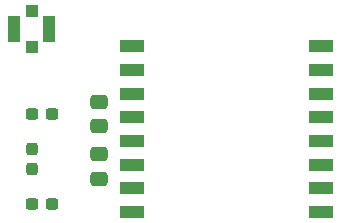
<source format=gbr>
%TF.GenerationSoftware,KiCad,Pcbnew,(6.0.7)*%
%TF.CreationDate,2022-10-03T21:19:44+02:00*%
%TF.ProjectId,RFM9xW_868_PMOD,52464d39-7857-45f3-9836-385f504d4f44,rev?*%
%TF.SameCoordinates,Original*%
%TF.FileFunction,Paste,Top*%
%TF.FilePolarity,Positive*%
%FSLAX46Y46*%
G04 Gerber Fmt 4.6, Leading zero omitted, Abs format (unit mm)*
G04 Created by KiCad (PCBNEW (6.0.7)) date 2022-10-03 21:19:44*
%MOMM*%
%LPD*%
G01*
G04 APERTURE LIST*
G04 Aperture macros list*
%AMRoundRect*
0 Rectangle with rounded corners*
0 $1 Rounding radius*
0 $2 $3 $4 $5 $6 $7 $8 $9 X,Y pos of 4 corners*
0 Add a 4 corners polygon primitive as box body*
4,1,4,$2,$3,$4,$5,$6,$7,$8,$9,$2,$3,0*
0 Add four circle primitives for the rounded corners*
1,1,$1+$1,$2,$3*
1,1,$1+$1,$4,$5*
1,1,$1+$1,$6,$7*
1,1,$1+$1,$8,$9*
0 Add four rect primitives between the rounded corners*
20,1,$1+$1,$2,$3,$4,$5,0*
20,1,$1+$1,$4,$5,$6,$7,0*
20,1,$1+$1,$6,$7,$8,$9,0*
20,1,$1+$1,$8,$9,$2,$3,0*%
G04 Aperture macros list end*
%ADD10RoundRect,0.237500X-0.300000X-0.237500X0.300000X-0.237500X0.300000X0.237500X-0.300000X0.237500X0*%
%ADD11RoundRect,0.250000X0.475000X-0.337500X0.475000X0.337500X-0.475000X0.337500X-0.475000X-0.337500X0*%
%ADD12RoundRect,0.237500X-0.237500X0.287500X-0.237500X-0.287500X0.237500X-0.287500X0.237500X0.287500X0*%
%ADD13R,2.000000X1.000000*%
%ADD14R,1.000000X1.000000*%
%ADD15R,1.050000X2.200000*%
%ADD16RoundRect,0.250000X-0.475000X0.337500X-0.475000X-0.337500X0.475000X-0.337500X0.475000X0.337500X0*%
G04 APERTURE END LIST*
D10*
%TO.C,C3*%
X120650000Y-48260000D03*
X122375000Y-48260000D03*
%TD*%
D11*
%TO.C,C1*%
X126365000Y-49297500D03*
X126365000Y-47222500D03*
%TD*%
D12*
%TO.C,L1*%
X120650000Y-51195000D03*
X120650000Y-52945000D03*
%TD*%
D13*
%TO.C,U1*%
X145160000Y-56530000D03*
X145160000Y-54530000D03*
X145160000Y-52530000D03*
X145160000Y-50530000D03*
X145160000Y-48530000D03*
X145160000Y-46530000D03*
X145160000Y-44530000D03*
X145160000Y-42530000D03*
X129160000Y-42530000D03*
X129160000Y-44530000D03*
X129160000Y-46530000D03*
X129160000Y-48530000D03*
X129160000Y-50530000D03*
X129160000Y-52530000D03*
X129160000Y-54530000D03*
X129160000Y-56530000D03*
%TD*%
D10*
%TO.C,C4*%
X120650000Y-55880000D03*
X122375000Y-55880000D03*
%TD*%
D14*
%TO.C,J2*%
X120650000Y-42545000D03*
X120650000Y-39545000D03*
D15*
X122125000Y-41045000D03*
X119175000Y-41045000D03*
%TD*%
D16*
%TO.C,C2*%
X126365000Y-51667500D03*
X126365000Y-53742500D03*
%TD*%
M02*

</source>
